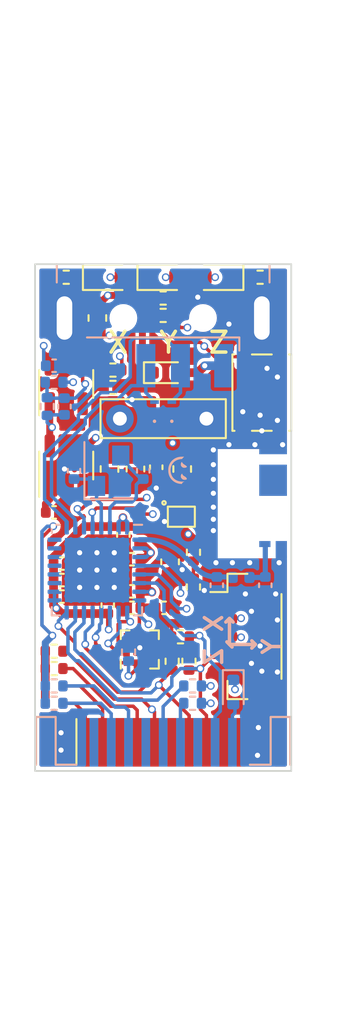
<source format=kicad_pcb>
(kicad_pcb (version 20221018) (generator pcbnew)
  (layers (0 "F.Cu" signal) (1 "In1.Cu" signal) (2 "In2.Cu" signal) (31 "B.Cu" signal) (34 "B.Paste" user) (35 "F.Paste" user) (36 "B.SilkS" user "B.Silkscreen") (37 "F.SilkS" user "F.Silkscreen") (38 "B.Mask" user) (39 "F.Mask" user) (44 "Edge.Cuts" user))
  (net 0 "")
  (net 1 "VBUS")
  (net 2 "A_VBUS")
  (net 3 "GND")
  (net 4 "A_D+")
  (net 5 "A_D-")
  (net 6 "Net-(D8-A)")
  (net 7 "Net-(U4-LNA_IN)")
  (net 11 "GPIO9")
  (net 13 "GPIO8")
  (net 15 "+3V3")
  (net 16 "Net-(U2-SW)")
  (net 17 "Net-(U2-VSEL)")
  (net 18 "Net-(AE1-FEED)")
  (net 19 "Net-(U4-XTAL_N)")
  (net 20 "Net-(U4-XTAL_P)")
  (net 21 "Net-(U4-VDD3P3)")
  (net 23 "GPIO2")
  (net 24 "ACC_SCK")
  (net 25 "ACC_MOSI")
  (net 26 "ACC_MISO")
  (net 27 "ACC_INT2")
  (net 28 "ACC_INT1")
  (net 29 "User_LED3")
  (net 30 "RXD")
  (net 31 "TXD")
  (net 38 "Net-(U5-~{CS})")
  (net 39 "Net-(D3-K)")
  (net 40 "Net-(D4-K)")
  (net 41 "Net-(D9-K)")
  (net 42 "Cap_V+")
  (net 43 "User_SW1")
  (net 44 "D2+")
  (net 45 "D2-")
  (net 46 "D0-")
  (net 47 "D0+")
  (net 48 "D1+")
  (net 49 "D1-")
  (net 50 "CK-")
  (net 51 "CK+")
  (net 52 "Net-(U6--)")
  (net 53 "Net-(U6-+)")
  (net 54 "Net-(U6-V+)")
  (net 55 "Net-(R23-Pad1)")
  (net 56 "Net-(U1-RUN)")
  (net 57 "Net-(U1-VOUT)")
  (net 58 "Net-(U1-SW)")
  (footprint "LED_SMD:LED_0603_1608Metric" (layer "F.Cu") (at 107.4 100.75)
    (fp_text reference "D3" hide)
    (fp_text value "LED")
  )
  (footprint "Fuse:Fuse_0603_1608Metric" (layer "F.Cu") (at 103.6 103.1 90)
    (fp_text reference "F1" hide)
    (fp_text value "Fuse")
  )
  (footprint "Resistor_SMD:R_0402_1005Metric" (layer "F.Cu") (at 101.1 122.3)
    (fp_text reference "R18" hide)
    (fp_text value "R_Small")
  )
  (footprint "Capacitor_SMD:C_0402_1005Metric" (layer "F.Cu") (at 105.6 119.8 180)
    (fp_text reference "C9" hide)
    (fp_text value "100nF")
  )
  (footprint "LED_SMD:LED_0603_1608Metric" (layer "F.Cu") (at 110.55 100.75 180)
    (fp_text reference "D4" hide)
    (fp_text value "LED")
  )
  (footprint "Capacitor_SMD:C_0402_1005Metric" (layer "F.Cu") (at 105.1 115.6 -90)
    (fp_text reference "C13" hide)
    (fp_text value "100nF")
  )
  (footprint "Resistor_SMD:R_0402_1005Metric" (layer "F.Cu") (at 101.1 124.3)
    (fp_text reference "R17" hide)
    (fp_text value "R_Small")
  )
  (footprint "Capacitor_SMD:C_0402_1005Metric" (layer "F.Cu") (at 105.6 117 180)
    (fp_text reference "C11" hide)
    (fp_text value "100nF")
  )
  (footprint "Capacitor_SMD:C_0402_1005Metric" (layer "F.Cu") (at 105.6 118.85 180)
    (fp_text reference "C17" hide)
    (fp_text value "100nF")
  )
  (footprint "Resistor_SMD:R_0402_1005Metric" (layer "F.Cu") (at 108.89 122.88 -90)
    (fp_text reference "R10" hide)
    (fp_text value "10k")
  )
  (footprint "Button_Switch_SMD:SW_SPST_PTS810" (layer "F.Cu") (at 113.1 107.4 -90)
    (fp_text reference "SW1" hide)
    (fp_text value "SW_SPST")
  )
  (footprint "Capacitor_SMD:C_0402_1005Metric" (layer "F.Cu") (at 101.55 117.25)
    (fp_text reference "C15" hide)
    (fp_text value "10uF")
  )
  (footprint "Resistor_SMD:R_0402_1005Metric" (layer "F.Cu") (at 107.92 122.88 -90)
    (fp_text reference "R5" hide)
    (fp_text value "R_Small")
  )
  (footprint "Resistor_SMD:R_0402_1005Metric" (layer "F.Cu") (at 101.8 100.75 180)
    (fp_text reference "R13" hide)
    (fp_text value "330R")
  )
  (footprint "Inductor_SMD:L_0603_1608Metric" (layer "F.Cu") (at 104.3 111.8 90)
    (fp_text reference "L4" hide)
    (fp_text value "2.2uH")
  )
  (footprint "Diode_SMD:D_SOD-523" (layer "F.Cu") (at 107.55 106.25)
    (fp_text reference "D5" hide)
    (fp_text value "D_Small")
  )
  (footprint "Capacitor_SMD:C_0402_1005Metric" (layer "F.Cu") (at 101.55 119.15)
    (fp_text reference "C18" hide)
    (fp_text value "100nF")
  )
  (footprint "Capacitor_SMD:C_0402_1005Metric" (layer "F.Cu") (at 104.2 119.65 90)
    (fp_text reference "C16" hide)
    (fp_text value "100nF")
  )
  (footprint "Connector_HDMI:HDMI_A_Contact_Technology_HDMI-19APL2_Horizontal" (layer "F.Cu") (at 107.4 127.55)
    (fp_text reference "J2" hide)
    (fp_text value "HDMI_A_1.4")
  )
  (footprint "rotatinator_lib:WLCSP-6_1.4x1.0mm_P0.4mm" (layer "F.Cu") (at 108.45 114.55)
    (fp_text reference "U2" hide)
    (fp_text value "~")
  )
  (footprint "Inductor_SMD:L_0603_1608Metric" (layer "F.Cu") (at 108.5 111.8 -90)
    (fp_text reference "L1" hide)
    (fp_text value "1uH")
  )
  (footprint "Inductor_SMD:L_0402_1005Metric" (layer "F.Cu") (at 106.05 115.6 90)
    (fp_text reference "L2" hide)
    (fp_text value "2.0nH")
  )
  (footprint "Package_LGA:LGA-12_2x2mm_P0.5mm" (layer "F.Cu") (at 106.05 122.2 90)
    (fp_text reference "U5" hide)
    (fp_text value "LIS2DE12")
  )
  (footprint "Resistor_SMD:R_0402_1005Metric" (layer "F.Cu") (at 101.1 123.3)
    (fp_text reference "R19" hide)
    (fp_text value "R_Small")
  )
  (footprint "Capacitor_SMD:C_0603_1608Metric" (layer "F.Cu") (at 107.8 117.15 -90)
    (fp_text reference "C6" hide)
    (fp_text value "10uF")
  )
  (footprint "Resistor_SMD:R_0402_1005Metric" (layer "F.Cu") (at 104.5 106.1)
    (fp_text reference "R26" hide)
    (fp_text value "10k")
  )
  (footprint "Resistor_SMD:R_0402_1005Metric" (layer "F.Cu") (at 107.4 101.95)
    (fp_text reference "R11" hide)
    (fp_text value "330R")
  )
  (footprint "Capacitor_SMD:C_0603_1608Metric" (layer "F.Cu") (at 105.8 111.8 -90)
    (fp_text reference "C22" hide)
    (fp_text value "10uF")
  )
  (footprint "Connector_JST:JST_SH_BM05B-SRSS-TB_1x05-1MP_P1.00mm_Vertical" (layer "F.Cu") (at 112.225 121.45 -90)
    (fp_text reference "J3" hide)
    (fp_text value "Conn_01x05_MountingPin")
  )
  (footprint "Capacitor_SMD:C_0402_1005Metric" (layer "F.Cu") (at 107.45 119.8)
    (fp_text reference "C10" hide)
    (fp_text value "4.7uF")
  )
  (footprint "Resistor_SMD:R_0402_1005Metric" (layer "F.Cu") (at 107.4 102.95 180)
    (fp_text reference "R14" hide)
    (fp_text value "10k")
  )
  (footprint "Package_TO_SOT_SMD:TSOT-23-5" (layer "F.Cu") (at 101.8 111.6 90)
    (fp_text reference "U1" hide)
    (fp_text value "LTC3406AES5")
  )
  (footprint "Resistor_SMD:R_0402_1005Metric" (layer "F.Cu") (at 109.15 118.6 -90)
    (fp_text reference "R8" hide)
    (fp_text value "0")
  )
  (footprint "Resistor_SMD:R_0402_1005Metric" (layer "F.Cu") (at 104.5 107.1)
    (fp_text reference "R28" hide)
    (fp_text value "20k")
  )
  (footprint "Capacitor_SMD:C_0402_1005Metric" (layer "F.Cu") (at 101.1 114.3)
    (fp_text reference "C20" hide)
    (fp_text value "4.7uF")
  )
  (footprint "LED_SMD:LED_0603_1608Metric" (layer "F.Cu") (at 104.25 100.75)
    (fp_text reference "D9" hide)
    (fp_text value "LED")
  )
  (footprint "Package_TO_SOT_SMD:SOT-23-5" (layer "F.Cu") (at 101.8 106.9 90)
    (fp_text reference "U6" hide)
    (fp_text value "TSV911xxLx")
  )
  (footprint "Capacitor_SMD:C_0402_1005Metric" (layer "F.Cu") (at 107 111.7 -90)
    (fp_text reference "C5" hide)
    (fp_text value "2.2uF")
  )
  (footprint "Capacitor_SMD:C_0402_1005Metric" (layer "F.Cu") (at 101.55 118.2)
    (fp_text reference "C19" hide)
    (fp_text value "100nF")
  )
  (footprint "Capacitor_THT:C_Rect_L7.0mm_W2.0mm_P5.00mm" (layer "F.Cu") (at 104.9 108.9)
    (fp_text reference "C3" hide)
    (fp_text value "C_Polarized")
  )
  (footprint "Resistor_SMD:R_0402_1005Metric" (layer "F.Cu") (at 108.4 121.47)
    (fp_text reference "R6" hide)
    (fp_text value "R_Small")
  )
  (footprint "Resistor_SMD:R_0402_1005Metric" (layer "F.Cu") (at 109.15 116.6 -90)
    (fp_text reference "R7" hide)
    (fp_text value "DNF")
  )
  (footprint "Resistor_SMD:R_0402_1005Metric" (layer "F.Cu") (at 101.1 125.3)
    (fp_text reference "R16" hide)
    (fp_text value "R_Small")
  )
  (footprint "Resistor_SMD:R_0402_1005Metric" (layer "F.Cu") (at 113 100.75)
    (fp_text reference "R12" hide)
    (fp_text value "330R")
  )
  (footprint "Capacitor_SMD:C_0402_1005Metric" (layer "B.Cu") (at 113.3 118.5 -90)
    (fp_text reference "C14" hide)
    (fp_text value "TBD")
  )
  (footprint "Resistor_SMD:R_0402_1005Metric" (layer "B.Cu") (at 101.1 106.8 180)
    (fp_text reference "R27" hide)
    (fp_text value "6.8k")
  )
  (footprint "Crystal:Crystal_SMD_2520-4Pin_2.5x2.0mm" (layer "B.Cu") (at 104.25 111.9 90)
    (fp_text reference "Y1" hide)
    (fp_text value "40MHz")
  )
  (footprint "Resistor_SMD:R_0402_1005Metric" (layer "B.Cu") (at 101.1 125.3)
    (fp_text reference "R20" hide)
    (fp_text value "R_Small")
  )
  (footprint "Resistor_SMD:R_0402_1005Metric" (layer "B.Cu") (at 100.7 108.2 -90)
    (fp_text reference "R29" hide)
    (fp_text value "10k")
  )
  (footprint "Package_SON:Texas_DPY0002A_0.6x1mm_P0.65mm" (layer "B.Cu") (at 107.9 108.25 90)
    (fp_text reference "D7" hide)
    (fp_text value "D_TVS")
  )
  (footprint "Capacitor_SMD:C_0402_1005Metric" (layer "B.Cu") (at 101.1 105.85)
    (fp_text reference "C1" hide)
    (fp_text value "4.7uF")
  )
  (footprint "Capacitor_SMD:C_0402_1005Metric" (layer "B.Cu") (at 102.25 111.9 -90)
    (fp_text reference "C7" hide)
    (fp_text value "22pF")
  )
  (footprint "Resistor_SMD:R_0402_1005Metric" (layer "B.Cu") (at 109.1 124.3 180)
    (fp_text reference "R23" hide)
    (fp_text value "R_Small")
  )
  (footprint "Resistor_SMD:R_0402_1005Metric" (layer "B.Cu") (at 101.1 124.3)
    (fp_text reference "R21" hide)
    (fp_text value "R_Small")
  )
  (footprint "Capacitor_SMD:C_0402_1005Metric" (layer "B.Cu") (at 106.25 111.9 90)
    (fp_text reference "C8" hide)
    (fp_text value "22pF")
  )
  (footprint "Diode_SMD:D_SOD-523" (layer "B.Cu") (at 111.45 124.65 -90)
    (fp_text reference "D8" hide)
    (fp_text value "D_Small")
  )
  (footprint "Package_DFN_QFN:QFN-32-1EP_5x5mm_P0.5mm_EP3.7x3.7mm" (layer "B.Cu") (at 103.575 117.625 180)
    (fp_text reference "U4" hide)
    (fp_text value "ESP32-C3FH4")
  )
  (footprint "Capacitor_SMD:C_0402_1005Metric" (layer "B.Cu") (at 110.5 118.5 -90)
    (fp_text reference "C12" hide)
    (fp_text value "TBD")
  )
  (footprint "Symbol:cartesian" (layer "B.Cu") (at 111.23 121.91 -90)
    (fp_text reference "REF**" hide)
    (fp_text value "cartesian")
  )
  (footprint "RF_Antenna:RFECA3216060A1T" (layer "B.Cu") (at 113.75 114.6)
    (fp_text reference "AE1" hide)
    (fp_text value "Antenna_Chip")
  )
  (footprint "Inductor_SMD:L_0402_1005Metric" (layer "B.Cu") (at 111.9 118.05)
    (fp_text reference "L3" hide)
    (fp_text value "0R")
  )
  (footprint "Resistor_SMD:R_0402_1005Metric" (layer "B.Cu") (at 105.4 122.35 90)
    (fp_text reference "R9" hide)
    (fp_text value "100k")
  )
  (footprint "Connector_USB:USB_A_CNCTech_1001-011-01101_Horizontal" (layer "B.Cu") (at 107.4 96.2 90)
    (fp_text reference "J1" hide)
    (fp_text value "USB_A")
  )
  (footprint "Capacitor_SMD:C_0402_1005Metric" (layer "B.Cu") (at 101.7 108.2 -90)
    (fp_text reference "C21" hide)
    (fp_text value "470p")
  )
  (footprint "Symbol:wavy_baby_2x2_2" (layer "B.Cu") (at 108.620174 111.867487 -90)
    (fp_text reference "REF**" hide)
    (fp_text value "wavy_baby_2x2_2")
  )
  (footprint "Resistor_SMD:R_0402_1005Metric" (layer "B.Cu") (at 109.1 125.3 180)
    (fp_text reference "R22" hide)
    (fp_text value "R_Small")
  )
  (footprint "Package_SON:Texas_DPY0002A_0.6x1mm_P0.65mm" (layer "B.Cu") (at 106.9 108.25 90)
    (fp_text reference "D6" hide)
    (fp_text value "D_TVS")
  )
  (gr_line (start 100 100) (end 114.8 100) (stroke (width 0.1)) (layer "Edge.Cuts"))
  (gr_line (start 114.8 129.2) (end 100 129.2) (stroke (width 0.1)) (layer "Edge.Cuts"))
  (gr_line (start 100 129.2) (end 100 100) (stroke (width 0.1)) (layer "Edge.Cuts"))
  (gr_line (start 114.8 100) (end 114.8 129.2) (stroke (width 0.1)) (layer "Edge.Cuts"))
  (gr_text "X  Y  Z" (at 104.09 105.22) (layer "F.SilkS") (effects (font (size 1.2 1.2) (thickness 0.2) bold) (justify left bottom)))
  (segment (start 106.2 102.4) (end 106.2 105.6) (width 0.4) (layer "F.Cu") (net 1))
  (segment locked (start 101.05 115.1) (end 100.4 115.75) (width 0.2) (layer "F.Cu") (net 1))
  (segment locked (start 100.4 120.8) (end 101 121.4) (width 0.2) (layer "F.Cu") (net 1))
  (segment (start 100.59 121.81) (end 101 121.4) (width 0.4) (layer "F.Cu") (net 1))
  (segment (start 103.6 102.3125) (end 103.6 102.15) (width 0.2) (layer "F.Cu") (net 1))
  (segment (start 100.59 122.3) (end 100.59 121.81) (width 0.4) (layer "F.Cu") (net 1))
  (segment (start 103.6 102.3125) (end 103.6875 102.3125) (width 0.4) (layer "F.Cu") (net 1))
  (segment (start 105.6 101.8) (end 106.2 102.4) (width 0.4) (layer "F.Cu") (net 1))
  (segment locked (start 100.4 115.75) (end 100.4 120.8) (width 0.2) (layer "F.Cu") (net 1))
  (segment (start 104.2 101.8) (end 105.6 101.8) (width 0.4) (layer "F.Cu") (net 1))
  (segment (start 100.59 125.3) (end 100.59 122.3) (width 0.5) (layer "F.Cu") (net 1))
  (segment (start 103.6875 102.3125) (end 104.2 101.8) (width 0.4) (layer "F.Cu") (net 1))
  (segment (start 106.2 105.6) (end 106.85 106.25) (width 0.4) (layer "F.Cu") (net 1))
  (via (at 101.05 115.1) (size 0.45) (drill 0.3) (layers "F.Cu" "B.Cu") (net 1))
  (via (at 104.2 101.8) (size 0.45) (drill 0.3) (layers "F.Cu" "B.Cu") (net 1))
  (via (at 111.55 124.5) (size 0.45) (drill 0.3) (layers "F.Cu" "B.Cu") (net 1))
  (via (at 101 121.4) (size 0.45) (drill 0.3) (layers "F.Cu" "B.Cu") (net 1))
  (segment (start 111.55 124.5) (end 111.55 123.9) (width 0.2) (layer "B.Cu") (net 1))
  (segment (start 100.59 124.3) (end 100.59 121.81) (width 0.2) (layer "B.Cu") (net 1))
  (segment (start 100.59 125.3) (end 100.59 121.81) (width 0.4) (layer "B.Cu") (net 1))
  (segment (start 100.7 115.1) (end 100.4 115.4) (width 0.2) (layer "B.Cu") (net 1))
  (segment (start 100.4 115.4) (end 100.4 120.8) (width 0.2) (layer "B.Cu") (net 1))
  (segment (start 100.59 125.3) (end 100.59 124.3) (width 0.2) (layer "B.Cu") (net 1))
  (segment (start 101.05 115.1) (end 100.7 115.1) (width 0.2) (layer "B.Cu") (net 1))
  (segment (start 100.59 121.81) (end 101 121.4) (width 0.4) (layer "B.Cu") (net 1))
  (segment (start 100.4 120.8) (end 101 121.4) (width 0.2) (layer "B.Cu") (net 1))
  (segment (start 109.4 106.25) (end 109.8 105.85) (width 0.5) (layer "F.Cu") (net 2))
  (segment (start 108.25 106.25) (end 109.4 106.25) (width 0.5) (layer "F.Cu") (net 2))
  (via (at 109.8 105.85) (size 0.45) (drill 0.3) (layers "F.Cu" "B.Cu") (net 2))
  (segment (start 109.8 105.85) (end 110.9 105.85) (width 0.5) (layer "B.Cu") (net 2))
  (segment (start 107 112.18) (end 107 112.9) (width 0.2) (layer "F.Cu") (net 3))
  (segment (start 106.4 122.45) (end 106.05 122.1) (width 0.2) (layer "F.Cu") (net 3))
  (segment (start 101.7 111.8) (end 101.8 111.9) (width 0.2) (layer "F.Cu") (net 3))
  (segment (start 107.475 114.825) (end 107.55 114.9) (width 0.2) (layer "F.Cu") (net 3))
  (segment (start 107.55 114.9) (end 107.9 114.9) (width 0.2) (layer "F.Cu") (net 3))
  (segment (start 105.325 106.875) (end 105.6 107.15) (width 0.4) (layer "F.Cu") (net 3))
  (segment (start 105.6 107.15) (end 105.6 107.8) (width 0.4) (layer "F.Cu") (net 3))
  (segment (start 101.8 111.9) (end 101.8 112.7375) (width 0.2) (layer "F.Cu") (net 3))
  (segment (start 108.5 117.6) (end 108.275 117.6) (width 0.2) (layer "F.Cu") (net 3))
  (segment (start 106.8125 121.35) (end 106.8125 121.95) (width 0.2) (layer "F.Cu") (net 3))
  (segment (start 108.275 117.6) (end 107.65 118.225) (width 0.2) (layer "F.Cu") (net 3))
  (segment (start 107.9 114.9) (end 108.05 114.75) (width 0.2) (layer "F.Cu") (net 3))
  (segment (start 106.8125 122.45) (end 106.4 122.45) (width 0.2) (layer "F.Cu") (net 3))
  (via (at 110.3 114.7) (size 0.45) (drill 0.3) (layers "F.Cu" "B.Cu") (net 3))
  (via (at 110.3 111.55) (size 0.45) (drill 0.3) (layers "F.Cu" "B.Cu") (net 3))
  (via (at 112.9 126.7) (size 0.45) (drill 0.3) (layers "F.Cu" "B.Cu") (net 3))
  (via (at 102.575 116.625) (size 0.45) (drill 0.3) (layers "F.Cu" "B.Cu") (net 3))
  (via (at 114 123.5) (size 0.45) (drill 0.3) (layers "F.Cu" "B.Cu") (net 3))
  (via (at 109.4 101.9) (size 0.45) (drill 0.3) (layers "F.Cu" "B.Cu") (net 3))
  (via (at 110.3 113.2) (size 0.45) (drill 0.3) (layers "F.Cu" "B.Cu") (net 3))
  (via (at 101.7 111.8) (size 0.45) (drill 0.3) (layers "F.Cu" "B.Cu") (net 3))
  (via (at 107 112.9) (size 0.45) (drill 0.3) (layers "F.Cu" "B.Cu") (net 3))
  (via (at 110.3 112.4) (size 0.45) (drill 0.3) (layers "F.Cu" "B.Cu") (net 3))
  (via (at 110.3 115.35) (size 0.45) (drill 0.3) (layers "F.Cu" "B.Cu") (net 3))
  (via (at 104.575 118.625) (size 0.45) (drill 0.3) (layers "F.Cu" "B.Cu") (net 3))
  (via (at 114 106.5) (size 0.45) (drill 0.3) (layers "F.Cu" "B.Cu") (net 3))
  (via (at 102.575 118.625) (size 0.45) (drill 0.3) (layers "F.Cu" "B.Cu") (net 3))
  (via (at 103.575 117.625) (size 0.45) (drill 0.3) (layers "F.Cu" "B.Cu") (net 3))
  (via (at 114.1 117.2) (size 0.45) (drill 0.3) (layers "F.Cu" "B.Cu") (net 3))
  (via (at 107.475 114.825) (size 0.45) (drill 0.3) (layers "F.Cu" "B.Cu") (net 3))
  (via (at 111.4 117.2) (size 0.45) (drill 0.3) (layers "F.Cu" "B.Cu") (net 3))
  (via (at 113.9 119) (size 0.45) (drill 0.3) (layers "F.Cu" "B.Cu") (net 3))
  (via (at 110.45 117.2) (size 0.45) (drill 0.3) (layers "F.Cu" "B.Cu") (net 3))
  (via (at 101.5 128) (size 0.45) (drill 0.3) (layers "F.Cu" "B.Cu") (net 3))
  (via (at 112.4 117.2) (size 0.45) (drill 0.3) (layers "F.Cu" "B.Cu") (net 3))
  (via (at 104.575 116.625) (size 0.45) (drill 0.3) (layers "F.Cu" "B.Cu") (net 3))
  (via (at 105.6 107.8) (size 0.45) (drill 0.3) (layers "F.Cu" "B.Cu") (net 3))
  (via (at 108.5 117.6) (size 0.45) (drill 0.3) (layers "F.Cu" "B.Cu") (net 3))
  (via (at 110.3 110.7) (size 0.45) (drill 0.3) (layers "F.Cu" "B.Cu") (net 3))
  (via (at 103.575 116.625) (size 0.45) (drill 0.3) (layers "F.Cu" "B.Cu") (net 3))
  (via (at 112.85 128.3) (size 0.45) (drill 0.3) (layers "F.Cu" "B.Cu") (net 3))
  (via (at 114 120.5) (size 0.45) (drill 0.3) (layers "F.Cu" "B.Cu") (net 3))
  (via (at 112.7 110.4) (size 0.45) (drill 0.3) (layers "F.Cu" "B.Cu") (net 3))
  (via (at 101.5 127) (size 0.45) (drill 0.3) (layers "F.Cu" "B.Cu") (net 3))
  (via (at 104.575 117.625) (size 0.45) (drill 0.3) (layers "F.Cu" "B.Cu") (net 3))
  (via (at 110.3 114) (size 0.45) (drill 0.3) (layers "F.Cu" "B.Cu") (net 3))
  (via (at 106.05 122.1) (size 0.45) (drill 0.3) (layers "F.Cu" "B.Cu") (net 3))
  (via (at 113.4 106) (size 0.45) (drill 0.3) (layers "F.Cu" "B.Cu") (net 3))
  (via (at 113.1 109.6) (size 0.45) (drill 0.3) (layers "F.Cu" "B.Cu") (net 3))
  (via (at 112.5 120) (size 0.45) (drill 0.3) (layers "F.Cu" "B.Cu") (net 3))
  (via (at 112.15 119) (size 0.45) (drill 0.3) (layers "F.Cu" "B.Cu") (net 3))
  (via (at 112.5 123) (size 0.45) (drill 0.3) (layers "F.Cu" "B.Cu") (net 3))
  (via (at 113 122) (size 0.45) (drill 0.3) (layers "F.Cu" "B.Cu") (net 3))
  (via (at 111.2 103.45) (size 0.45) (drill 0.3) (layers "F.Cu" "B.Cu") (net 3))
  (via (at 113.1 123.45) (size 0.45) (drill 0.3) (layers "F.Cu" "B.Cu") (net 3))
  (via (at 114.3 110.4) (size 0.45) (drill 0.3) (layers "F.Cu" "B.Cu") (net 3))
  (via (at 102.575 117.625) (size 0.45) (drill 0.3) (layers "F.Cu" "B.Cu") (net 3))
  (via (at 114 109) (size 0.45) (drill 0.3) (layers "F.Cu" "B.Cu") (net 3))
  (via (at 113 108.7) (size 0.45) (drill 0.3) (layers "F.Cu" "B.Cu") (net 3))
  (via (at 111.2 110.4) (size 0.45) (drill 0.3) (layers "F.Cu" "B.Cu") (net 3))
  (via (at 109.774264 118.8) (size 0.45) (drill 0.3) (layers "F.Cu" "B.Cu") (net 3))
  (via (at 103.575 118.625) (size 0.45) (drill 0.3) (layers "F.Cu" "B.Cu") (net 3))
  (via (at 112 108.5) (size 0.45) (drill 0.3) (layers "F.Cu" "B.Cu") (net 3))
  (segment (start 114.45 116.85) (end 114.225 116.625) (width 0.2) (layer "B.Cu") (net 3))
  (segment (start 109.95 118.98) (end 112.13 118.98) (width 0.2) (layer "B.Cu") (net 3))
  (segment (start 113.88 118.98) (end 112.8 118.98) (width 0.2) (layer "B.Cu") (net 3))
  (segment (start 113.9 119) (end 113.88 118.98) (width 0.2) (layer "B.Cu") (net 3))
  (segment (start 114.4 116.8) (end 114.45 116.8) (width 0.2) (layer "B.Cu") (net 3))
  (segment (start 114.45 117.2) (end 114.45 116.85) (width 0.2) (layer "B.Cu") (net 3))
  (segment (start 102.25 111.42) (end 102.25 111.15) (width 0.2) (layer "B.Cu") (net 3))
  (segment (start 114.225 116.625) (end 114.4 116.8) (width 0.2) (layer "B.Cu") (net 3))
  (segment (start 109.1 119.2) (end 109.73 119.2) (width 0.2) (layer "B.Cu") (net 3))
  (segment (start 109.954264 118.98) (end 110.5 118.98) (width 0.4) (layer "B.Cu") (net 3))
  (segment (start 102.25 111.15) (end 102 110.9) (width 0.2) (layer "B.Cu") (net 3))
  (segment (start 114.3 110.4) (end 114.44 110.54) (width 0.22) (layer "B.Cu") (net 3))
  (segment (start 114.1 117.2) (end 114.45 117.2) (width 0.2) (layer "B.Cu") (net 3))
  (segment (start 109.73 119.2) (end 109.95 118.98) (width 0.2) (layer "B.Cu") (net 3))
  (segment (start 114.44 110.8) (end 113.75 110.8) (width 0.22) (layer "B.Cu") (net 3))
  (segment (start 112.13 118.98) (end 112.15 119) (width 0.2) (layer "B.Cu") (net 3))
  (segment (start 114.44 110.54) (end 114.44 110.8) (width 0.22) (layer "B.Cu") (net 3))
  (segment (start 109.774264 118.8) (end 109.954264 118.98) (width 0.4) (layer "B.Cu") (net 3))
  (segment (start 105.565686 107) (end 106 107) (width 0.2) (layer "B.Cu") (net 4))
  (segment (start 104 107.8) (end 104.765686 107.8) (width 0.2) (layer "B.Cu") (net 4))
  (segment (start 106.4 105.85) (end 106.4 107.4) (width 0.2) (layer "B.Cu") (net 4))
  (segment (start 102.300001 115.150001) (end 102.300001 114.700001) (width 0.2) (layer "B.Cu") (net 4))
  (segment (start 102.9 109.2) (end 102.9 108.9) (width 0.2) (layer "B.Cu") (net 4))
  (segment (start 102.300001 114.700001) (end 100.95 113.35) (width 0.2) (layer "B.Cu") (net 4))
  (segment (start 104.765686 107.8) (end 105.565686 107) (width 0.2) (layer "B.Cu") (net 4))
  (segment (start 102.9 108.9) (end 104 107.8) (width 0.2) (layer "B.Cu") (net 4))
  (segment (start 106.4 107.4) (end 106.9 107.9) (width 0.2) (layer "B.Cu") (net 4))
  (segment (start 100.95 113.35) (end 100.95 111.15) (width 0.2) (layer "B.Cu") (net 4))
  (segment (start 102.325 115.175) (end 102.300001 115.150001) (width 0.2) (layer "B.Cu") (net 4))
  (segment (start 100.95 111.15) (end 102.9 109.2) (width 0.2) (layer "B.Cu") (net 4))
  (segment (start 105.7 104.25) (end 107.5 104.25) (width 0.2) (layer "B.Cu") (net 5))
  (segment (start 100.55 110.95) (end 102.5 109) (width 0.2) (layer "B.Cu") (net 5))
  (segment (start 101.85 114.85) (end 100.55 113.55) (width 0.2) (layer "B.Cu") (net 5))
  (segment (start 100.55 113.55) (end 100.55 110.95) (width 0.2) (layer "B.Cu") (net 5))
  (segment (start 105.5 106.5) (end 105.5 104.45) (width 0.2) (layer "B.Cu") (net 5))
  (segment (start 104.6 107.4) (end 105.5 106.5) (width 0.2) (layer "B.Cu") (net 5))
  (segment (start 105.5 104.45) (end 105.7 104.25) (width 0.2) (layer "B.Cu") (net 5))
  (segment (start 108.4 105.15) (end 108.4 105.85) (width 0.2) (layer "B.Cu") (net 5))
  (segment (start 101.85 115.15) (end 101.85 114.85) (width 0.2) (layer "B.Cu") (net 5))
  (segment (start 103.8 107.4) (end 104.6 107.4) (width 0.2) (layer "B.Cu") (net 5))
  (segment (start 102.5 108.7) (end 103.8 107.4) (width 0.2) (layer "B.Cu") (net 5))
  (segment (start 107.5 104.25) (end 108.4 105.15) (width 0.2) (layer "B.Cu") (net 5))
  (segment (start 102.5 109) (end 102.5 108.7) (width 0.2) (layer "B.Cu") (net 5))
  (segment (start 101.825 115.175) (end 101.85 115.15) (width 0.2) (layer "B.Cu") (net 5))
  (segment (start 108.4 107.4) (end 108.4 105.85) (width 0.2) (layer "B.Cu") (net 5))
  (segment (start 107.9 107.9) (end 108.4 107.4) (width 0.2) (layer "B.Cu") (net 5))
  (segment (start 111.55 125.3) (end 111.55 125.85) (width 0.2) (layer "B.Cu") (net 6))
  (segment (start 111.4 126) (end 111.4 127.55) (width 0.2) (layer "B.Cu") (net 6))
  (segment (start 111.55 125.85) (end 111.4 126) (width 0.2) (layer "B.Cu") (net 6))
  (segment (start 110.5 118.02) (end 110.44132 118.02) (width 0.3) (layer "B.Cu") (net 7))
  (segment (start 111.385 118.02) (end 111.415 118.05) (width 0.3) (layer "B.Cu") (net 7))
  (segment (start 106.432359 115.875) (end 106.025 115.875) (width 0.3) (layer "B.Cu") (net 7))
  (segment (start 110.5 118.02) (end 111.385 118.02) (width 0.3) (layer "B.Cu") (net 7))
  (segment (start 109.38066 117.58066) (end 108.553679 116.753679) (width 0.3) (layer "B.Cu") (net 7))
  (arc (start 109.38066 117.58066) (mid 109.867295 117.905819) (end 110.44132 118.02) (width 0.3) (layer "B.Cu") (net 7))
  (arc (start 108.553679 116.753679) (mid 107.580409 116.103361) (end 106.432359 115.875) (width 0.3) (layer "B.Cu") (net 7))
  (segment (start 109.55 123.3) (end 109.55 125.65) (width 0.2) (layer "F.Cu") (net 11))
  (segment (start 109.55 125.65) (end 109.9 126) (width 0.2) (layer "F.Cu") (net 11))
  (segment (start 109.49 123.36) (end 108.91 123.36) (width 0.2) (layer "F.Cu") (net 11))
  (segment (start 109.55 123.3) (end 110.25 122.6) (width 0.2) (layer "F.Cu") (net 11))
  (segment (start 109.9 126) (end 109.9 127.55) (width 0.2) (layer "F.Cu") (net 11))
  (segment (start 109.55 123.3) (end 109.49 123.36) (width 0.2) (layer "F.Cu") (net 11))
  (via (at 109.55 123.3) (size 0.45) (drill 0.3) (layers "F.Cu" "B.Cu") (net 11))
  (segment (start 101.9 122.4) (end 101.9 121) (width 0.2) (layer "B.Cu") (net 11))
  (segment (start 107.08 125.12) (end 104.79 125.12) (width 0.2) (layer "B.Cu") (net 11))
  (segment (start 102.52 122.85) (end 102.35 122.85) (width 0.2) (layer "B.Cu") (net 11))
  (segment (start 108.4 123.3) (end 107.9 123.8) (width 0.2) (layer "B.Cu") (net 11))
  (segment (start 102.325 120.575) (end 102.325 120.075) (width 0.2) (layer "B.Cu") (net 11))
  (segment (start 107.9 123.8) (end 107.9 124.3) (width 0.2) (layer "B.Cu") (net 11))
  (segment (start 101.9 121) (end 102.325 120.575) (width 0.2) (layer "B.Cu") (net 11))
  (segment (start 102.35 122.85) (end 101.9 122.4) (width 0.2) (layer "B.Cu") (net 11))
  (segment (start 104.79 125.12) (end 102.52 122.85) (width 0.2) (layer "B.Cu") (net 11))
  (segment (start 109.55 123.3) (end 108.4 123.3) (width 0.2) (layer "B.Cu") (net 11))
  (segment (start 107.9 124.3) (end 107.08 125.12) (width 0.2) (layer "B.Cu") (net 11))
  (segment (start 107.15 124.16) (end 107.92 123.39) (width 0.2) (layer "F.Cu") (net 13))
  (segment (start 108.9 126) (end 108.9 127.55) (width 0.2) (layer "F.Cu") (net 13))
  (segment (start 107.97 123.36) (end 107.89 123.36) (width 0.2) (layer "F.Cu") (net 13))
  (segment (start 107.15 124.25) (end 108.9 126) (width 0.2) (layer "F.Cu") (net 13))
  (segment (start 107.15 124.25) (end 107.15 124.16) (width 0.2) (layer "F.Cu") (net 13))
  (via (at 107.15 124.25) (size 0.45) (drill 0.3) (layers "F.Cu" "B.Cu") (net 13))
  (segment (start 102.55 122.45) (end 102.3 122.2) (width 0.2) (layer "B.Cu") (net 13))
  (segment (start 106.7 124.7) (end 104.96 124.7) (width 0.2) (layer "B.Cu") (net 13))
  (segment (start 102.3 122.2) (end 102.3 121.2) (width 0.2) (layer "B.Cu") (net 13))
  (segment (start 102.3 121.2) (end 102.825 120.675) (width 0.2) (layer "B.Cu") (net 13))
  (segment (start 102.71 122.45) (end 102.55 122.45) (width 0.2) (layer "B.Cu") (net 13))
  (segment (start 102.825 120.675) (end 102.825 120.075) (width 0.2) (layer "B.Cu") (net 13))
  (segment (start 104.96 124.7) (end 102.71 122.45) (width 0.2) (layer "B.Cu") (net 13))
  (segment (start 107.15 124.25) (end 106.7 124.7) (width 0.2) (layer "B.Cu") (net 13))
  (segment (start 108.45 115.15) (end 108.85 115.55) (width 0.2) (layer "F.Cu") (net 15))
  (segment (start 106.715 115.115) (end 106.05 115.115) (width 0.5) (layer "F.Cu") (net 15))
  (segment (start 105.105 115.115) (end 105.1 115.12) (width 0.5) (layer "F.Cu") (net 15))
  (segment (start 110.15 119.45) (end 110.9 119.45) (width 0.5) (layer "F.Cu") (net 15))
  (segment (start 107.65 116.675) (end 107.65 116.05) (width 0.5) (layer "F.Cu") (net 15))
  (segment (start 107.625 116.675) (end 107.65 116.675) (width 0.5) (layer "F.Cu") (net 15))
  (segment (start 107.89 122.34) (end 107.92 122.37) (width 0.2) (layer "F.Cu") (net 15))
  (segment (start 107.625 120.7) (end 107.9 120.7) (width 0.5) (layer "F.Cu") (net 15))
  (segment (start 105.8 121.1) (end 106.025 120.875) (width 0.2) (layer "F.Cu") (net 15))
  (segment (start 101.225 119.825) (end 101.07 119.67) (width 0.5) (layer "F.Cu") (net 15))
  (segment (start 106.08 119.8) (end 106.97 119.8) (width 0.5) (layer "F.Cu") (net 15))
  (segment (start 106.05 115.115) (end 105.105 115.115) (width 0.5) (layer "F.Cu") (net 15))
  (segment (start 104.2 120.13) (end 101.53 120.13) (width 0.5) (layer "F.Cu") (net 15))
  (segment (start 101.53 120.13) (end 101.07 119.67) (width 0.5) (layer "F.Cu") (net 15))
  (segment (start 106.08 118.85) (end 106.7 118.85) (width 0.5) (layer "F.Cu") (net 15))
  (segment (start 106.08 118.85) (end 106.08 119.8) (width 0.5) (layer "F.Cu") (net 15))
  (segment (start 105.1 115.12) (end 102.83 115.12) (width 0.5) (layer "F.Cu") (net 15))
  (segment (start 106.08 118.85) (end 106.08 118.22) (width 0.5) (layer "F.Cu") (net 15))
  (segment (start 105.075 114.6) (end 105.075 115.095) (width 0.5) (layer "F.Cu") (net 15))
  (segment (start 106.7 118.85) (end 106.75 118.9) (width 0.5) (layer "F.Cu") (net 15))
  (segment (start 108.075 116.25) (end 107.65 116.675) (width 0.5) (layer "F.Cu") (net 15))
  (segment (start 107.89 121.47) (end 107.89 122.34) (width 0.2) (layer "F.Cu") (net 15))
  (segment (start 105.8 121.4375) (end 105.3 121.4375) (width 0.2) (layer "F.Cu") (net 15))
  (segment (start 106.97 120.045) (end 107.625 120.7) (width 0.5) (layer "F.Cu") (net 15))
  (segment (start 105.075 115.095) (end 105.1 115.12) (width 0.5) (layer "F.Cu") (net 15))
  (segment (start 106.97 119.8) (end 106.97 120.045) (width 0.5) (layer "F.Cu") (net 15))
  (segment (start 108.89 122.37) (end 107.92 122.37) (width 0.2) (layer "F.Cu") (net 15))
  (segment (start 104.2 121) (end 104.2 120.13) (width 0.2) (layer "F.Cu") (net 15))
  (segment (start 102.83 115.12) (end 101.07 116.88) (width 0.5) (layer "F.Cu") (net 15))
  (segment (start 101.07 119.67) (end 101.07 119.15) (width 0.5) (layer "F.Cu") (net 15))
  (segment (start 101.07 119.15) (end 101.07 117.25) (width 0.5) (layer "F.Cu") (net 15))
  (segment (start 107.9 120.7) (end 108.9 120.7) (width 0.5) (layer "F.Cu") (net 15))
  (segment (start 108.84 116.25) (end 108.075 116.25) (width 0.5) (layer "F.Cu") (net 15))
  (segment (start 108.8 103.65) (end 108.41 103.65) (width 0.2) (layer "F.Cu") (net 15))
  (segment (start 107.89 121.47) (end 107.89 120.71) (width 0.2) (layer "F.Cu") (net 15))
  (segment (start 108.9 120.7) (end 110.15 119.45) (width 0.5) (layer "F.Cu") (net 15))
  (segment (start 104.25 121.05) (end 104.2 121) (width 0.2) (layer "F.Cu") (net 15))
  (segment (start 106.025 119.855) (end 106.08 119.8) (width 0.2) (layer "F.Cu") (net 15))
  (segment (start 101.07 116.88) (end 101.07 117.25) (width 0.5) (layer "F.Cu") (net 15))
  (segment (start 108.45 114.75) (end 108.45 115.15) (width 0.2) (layer "F.Cu") (net 15))
  (segment (start 107.89 120.71) (end 107.9 120.7) (width 0.2) (layer "F.Cu") (net 15))
  (segment (start 107.91 103.15) (end 107.91 102.95) (width 0.2) (layer "F.Cu") (net 15))
  (segment (start 108.41 103.65) (end 107.91 103.15) (width 0.2) (layer "F.Cu") (net 15))
  (segment (start 106.025 120.875) (end 106.025 119.855) (width 0.2) (layer "F.Cu") (net 15))
  (segment (start 105.8 121.4375) (end 105.8 121.1) (width 0.2) (layer "F.Cu") (net 15))
  (segment (start 107.65 116.05) (end 106.715 115.115) (width 0.5) (layer "F.Cu") (net 15))
  (via (at 108.8 103.65) (size 0.45) (drill 0.3) (layers "F.Cu" "B.Cu") (net 15))
  (via (at 101.225 119.825) (size 0.45) (drill 0.3) (layers "F.Cu" "B.Cu") (net 15))
  (via (at 104.25 121.05) (size 0.45) (drill 0.3) (layers "F.Cu" "B.Cu") (net 15))
  (via (at 106.75 118.9) (size 0.45) (drill 0.3) (layers "F.Cu" "B.Cu") (net 15))
  (via (at 108.85 115.55) (size 0.45) (drill 0.3) (layers "F.Cu" "B.Cu") (net 15))
  (via (at 105.075 114.6) (size 0.45) (drill 0.3) (layers "F.Cu" "B.Cu") (net 15))
  (segment (start 101.125 119.725) (end 101.125 118.875) (width 0.2) (layer "B.Cu") (net 15))
  (segment (start 106.725 118.875) (end 106.75 118.9) (width 0.2) (layer "B.Cu") (net 15))
  (segment (start 105.075 114.6) (end 104.825 114.85) (width 0.22) (layer "B.Cu") (net 15))
  (segment (start 104.325 120.975) (end 104.325 120.075) (width 0.2) (layer "B.Cu") (net 15))
  (segment (start 106.475 118.875) (end 106.025 118.875) (width 0.2) (layer "B.Cu") (net 15))
  (segment (start 101.125 119.725) (end 101.125 119.375) (width 0.2) (layer "B.Cu") (net 15))
  (segment (start 101.225 119.825) (end 101.125 119.725) (width 0.2) (layer "B.Cu") (net 15))
  (segment (start 105.075 114.6) (end 105.325 114.85) (width 0.22) (layer "B.Cu") (net 15))
  (segment (start 105.325 114.85) (end 105.325 115.175) (width 0.22) (layer "B.Cu") (net 15))
  (segment (start 104.825 114.85) (end 104.825 115.175) (width 0.22) (layer "B.Cu") (net 15))
  (segment (start 106.475 118.875) (end 106.725 118.875) (width 0.2) (layer "B.Cu") (net 15))
  (segment (start 104.25 121.05) (end 104.325 120.975) (width 0.2) (layer "B.Cu") (net 15))
  (segment (start 108.45 114.35) (end 108.45 113.0875) (width 0.2) (layer "F.Cu") (net 16))
  (segment (start 109.8 116.55) (end 109.8 115.7) (width 0.2) (layer "F.Cu") (net 17))
  (segment (start 109.8 115.7) (end 108.85 114.75) (width 0.2) (layer "F.Cu") (net 17))
  (segment (start 109.24 117.11) (end 109.8 116.55) (width 0.2) (layer "F.Cu") (net 17))
  (segment (start 109.15 118.09) (end 109.15 117.11) (width 0.2) (layer "F.Cu") (net 17))
  (segment (start 109 117.11) (end 109.24 117.11) (width 0.2) (layer "F.Cu") (net 17))
  (segment (start 113.3 116.15) (end 113.275 116.125) (width 0.3) (layer "B.Cu") (net 18))
  (segment (start 112.385 118.05) (end 113.27 118.05) (width 0.3) (layer "B.Cu") (net 18))
  (segment (start 113.3 118.02) (end 113.3 116.15) (width 0.3) (layer "B.Cu") (net 18))
  (segment (start 113.27 118.05) (end 113.3 118.02) (width 0.3) (layer "B.Cu") (net 18))
  (segment (start 102.25 112.38) (end 103.155 112.38) (width 0.2) (layer "B.Cu") (net 19))
  (segment (start 103.55 113.35) (end 103.55 113.55) (width 0.2) (layer "B.Cu") (net 19))
  (segment (start 103.825 113.825) (end 103.825 115.175) (width 0.2) (layer "B.Cu") (net 19))
  (segment (start 103.155 112.38) (end 103.55 112.775) (width 0.2) (layer "B.Cu") (net 19))
  (segment (start 103.7 113.2) (end 103.55 113.35) (width 0.2) (layer "B.Cu") (net 19))
  (segment (start 103.375 112.775) (end 103.5 112.9) (width 0.2) (layer "B.Cu") (net 19))
  (segment (start 103.55 113.55) (end 103.825 113.825) (width 0.2) (layer "B.Cu") (net 19))
  (segment (start 103.375 112.6) (end 103.375 112.775) (width 0.2) (layer "B.Cu") (net 19))
  (segment (start 103.55 112.775) (end 103.55 113.05) (width 0.2) (layer "B.Cu") (net 19))
  (segment (start 103.55 113.05) (end 103.7 113.2) (width 0.2) (layer "B.Cu") (net 19))
  (segment (start 106.25 112.38) (end 106.17 112.38) (width 0.2) (layer "B.Cu") (net 20))
  (segment (start 106.17 112.38) (end 105.85 112.7) (width 0.2) (layer "B.Cu") (net 20))
  (segment (start 104.65 113.7) (end 104.325 114.025) (width 0.2) (layer "B.Cu") (net 20))
  (segment (start 106.13 112.38) (end 106.25 112.38) (width 0.2) (layer "B.Cu") (net 20))
  (segment (start 104.95 111.2) (end 106.13 112.38) (width 0.2) (layer "B.Cu") (net 20))
  (segment (start 104.95 111.025) (end 104.95 111.2) (width 0.2) (layer "B.Cu") (net 20))
  (segment (start 105.6 113.7) (end 104.65 113.7) (width 0.2) (layer "B.Cu") (net 20))
  (segment (start 104.325 114.025) (end 104.325 115.175) (width 0.2) (layer "B.Cu") (net 20))
  (segment (start 105.85 112.7) (end 105.85 113.45) (width 0.2) (layer "B.Cu") (net 20))
  (segment (start 105.85 113.45) (end 105.6 113.7) (width 0.2) (layer "B.Cu") (net 20))
  (segment (start 106.3 117) (end 106.08 117) (width 0.5) (layer "F.Cu") (net 21))
  (segment (start 106.05 116.085) (end 106.135 116.085) (width 0.5) (layer "F.Cu") (net 21))
  (segment (start 106.135 116.085) (end 106.675 116.625) (width 0.5) (layer "F.Cu") (net 21))
  (segment (start 106.675 116.625) (end 106.3 117) (width 0.5) (layer "F.Cu") (net 21))
  (via (at 106.675 116.625) (size 0.45) (drill 0.3) (layers "F.Cu" "B.Cu") (net 21))
  (segment (start 106.025 116.875) (end 106.425 116.875) (width 0.22) (layer "B.Cu") (net 21))
  (segment (start 106.025 116.375) (end 106.425 116.375) (width 0.22) (layer "B.Cu") (net 21))
  (segment (start 106.425 116.875) (end 106.675 116.625) (width 0.22) (layer "B.Cu") (net 21))
  (segment (start 106.425 116.375) (end 106.675 116.625) (width 0.22) (layer "B.Cu") (net 21))
  (segment (start 109.43 121.47) (end 109.5 121.4) (width 0.2) (layer "F.Cu") (net 23))
  (segment (start 108.91 121.47) (end 109.43 121.47) (width 0.2) (layer "F.Cu") (net 23))
  (via (at 109.5 121.4) (size 0.45) (drill 0.3) (layers "F.Cu" "B.Cu") (net 23))
  (segment (start 109.81 122.56) (end 109.81 121.71) (width 0.2) (layer "B.Cu") (net 23))
  (segment (start 108.6 121.4) (end 107.45 120.25) (width 0.2) (layer "B.Cu") (net 23))
  (segment (start 110.4 127.55) (end 110.4 126.05) (width 0.2) (layer "B.Cu") (net 23))
  (segment (start 107.45 120.25) (end 107.45 118.8) (width 0.2) (layer "B.Cu") (net 23))
  (segment (start 109.5 121.4) (end 108.6 121.4) (width 0.2) (layer "B.Cu") (net 23))
  (segment (start 109.81 121.71) (end 109.5 121.4) (width 0.2) (layer "B.Cu") (net 23))
  (segment (start 110.7 125.75) (end 110.7 123.45) (width 0.2) (layer "B.Cu") (net 23))
  (segment (start 110.7 123.45) (end 109.81 122.56) (width 0.2) (layer "B.Cu") (net 23))
  (segment (start 107.45 118.8) (end 107.025 118.375) (width 0.2) (layer "B.Cu") (net 23))
  (segment (start 110.4 126.05) (end 110.7 125.75) (width 0.2) (layer "B.Cu") (net 23))
  (segment (start 107.025 118.375) (end 106.025 118.375) (width 0.2) (layer "B.Cu") (net 23))
  (segment (start 103.5 121.5) (end 103.5 121.875) (width 0.2) (layer "F.Cu") (net 24))
  (segment (start 104.5875 122.9625) (end 105.3 122.9625) (width 0.2) (layer "F.Cu") (net 24))
  (segment (start 103.5 121.875) (end 104.5875 122.9625) (width 0.2) (layer "F.Cu") (net 24))
  (via (at 103.5 121.5) (size 0.45) (drill 0.3) (layers "F.Cu" "B.Cu") (net 24))
  (segment (start 103.725 120.775) (end 103.825 120.675) (width 0.2) (layer "B.Cu") (net 24))
  (segment (start 103.825 120.675) (end 103.825 120.075) (width 0.2) (layer "B.Cu") (net 24))
  (segment (start 103.5 121.3) (end 103.725 121.075) (width 0.2) (layer "B.Cu") (net 24))
  (segment (start 103.725 121.075) (end 103.725 120.775) (width 0.2) (layer "B.Cu") (net 24))
  (segment (start 103.5 121.5) (end 103.5 121.3) (width 0.2) (layer "B.Cu") (net 24))
  (segment (start 104.76 124.66) (end 105.99 124.66) (width 0.2) (layer "F.Cu") (net 25))
  (segment (start 102.3 122.2) (end 104.76 124.66) (width 0.2) (layer "F.Cu") (net 25))
  (segment (start 106.8 123.85) (end 106.8 122.9625) (width 0.2) (layer "F.Cu") (net 25))
  (segment (start 102.3 121.8) (end 102.3 122.2) (width 0.2) (layer "F.Cu") (net 25))
  (segment (start 101.35 120.85) (end 102.3 121.8) (width 0.2) (layer "F.Cu") (net 25))
  (segment (start 105.99 124.66) (end 106.8 123.85) (width 0.2) (layer "F.Cu") (net 25))
  (via (at 101.35 120.85) (size 0.45) (drill 0.3) (layers "F.Cu" "B.Cu") (net 25))
  (segment (start 101.35 120.55) (end 101.825 120.075) (width 0.2) (layer "B.Cu") (net 25))
  (segment (start 101.35 120.85) (end 101.35 120.55) (width 0.2) (layer "B.Cu") (net 25))
  (segment (start 106.325 123.725) (end 106.325 122.9875) (width 0.2) (layer "F.Cu") (net 26))
  (segment (start 105.79 124.26) (end 106.325 123.725) (width 0.2) (layer "F.Cu") (net 26))
  (segment (start 106.325 122.9875) (end 106.3 122.9625) (width 0.2) (layer "F.Cu") (net 26))
  (segment (start 102.9 121.9) (end 102.9 122.1) (width 0.2) (layer "F.Cu") (net 26))
  (segment (start 102.9 122.1) (end 105.06 124.26) (width 0.2) (layer "F.Cu") (net 26))
  (segment (start 105.06 124.26) (end 105.79 124.26) (width 0.2) (layer "F.Cu") (net 26))
  (via (at 102.9 121.9) (size 0.45) (drill 0.3) (layers "F.Cu" "B.Cu") (net 26))
  (segment (start 102.9 121.9) (end 102.9 121.2) (width 0.2) (layer "B.Cu") (net 26))
  (segment (start 103.325 120.775) (end 103.325 120.075) (width 0.2) (layer "B.Cu") (net 26))
  (segment (start 102.9 121.2) (end 103.325 120.775) (width 0.2) (layer "B.Cu") (net 26))
  (segment (start 104.8 121.725) (end 105.025 121.95) (width 0.2) (layer "F.Cu") (net 27))
  (segment (start 105.5 120.6) (end 104.95 120.6) (width 0.2) (layer "F.Cu") (net 27))
  (segment (start 104.8 120.75) (end 104.8 121.725) (width 0.2) (layer "F.Cu") (net 27))
  (segment (start 104.95 120.6) (end 104.8 120.75) (width 0.2) (layer "F.Cu") (net 27))
  (segment (start 105.025 121.95) (end 105.2875 121.95) (width 0.2) (layer "F.Cu") (net 27))
  (via (at 105.5 120.6) (size 0.45) (drill 0.3) (layers "F.Cu" "B.Cu") (net 27))
  (segment (start 105.5 120.6) (end 105.325 120.425) (width 0.2) (layer "B.Cu") (net 27))
  (segment (start 105.325 120.425) (end 105.325 120.075) (width 0.2) (layer "B.Cu") (net 27))
  (segment (start 104.825 122.45) (end 105.2875 122.45) (width 0.2) (layer "F.Cu") (net 28))
  (segment (start 104.225 121.85) (end 104.825 122.45) (width 0.2) (layer "F.Cu") (net 28))
  (via (at 104.225 121.85) (size 0.45) (drill 0.3) (layers "F.Cu" "B.Cu") (net 28))
  (segment (start 104.825 120.575) (end 104.825 120.075) (width 0.2) (layer "B.Cu") (net 28))
  (segment (start 104.9 121.175) (end 104.9 120.65) (width 0.2) (layer "B.Cu") (net 28))
  (segment (start 104.225 121.85) (end 104.9 121.175) (width 0.2) (layer "B.Cu") (net 28))
  (segment (start 104.9 120.65) (end 104.825 120.575) (width 0.2) (layer "B.Cu") (net 28))
  (segment (start 105.0375 100.75) (end 104.35 100.75) (width 0.2) (layer "F.Cu") (net 29))
  (via (at 104.35 100.75) (size 0.45) (drill 0.3) (layers "F.Cu" "B.Cu") (net 29))
  (via (at 106.55 120.75) (size 0.45) (drill 0.3) (layers "F.Cu" "B.Cu") (net 29))
  (segment (start 106.55 120.75) (end 106.025 120.225) (width 0.2) (layer "B.Cu") (net 29))
  (segment (start 106.025 120.225) (end 106.025 119.375) (width 0.2) (layer "B.Cu") (net 29))
  (segment (start 106.35 113.55) (end 103.25 113.55) (width 0.2) (layer "F.Cu") (net 30))
  (segment (start 102.7 114.1) (end 103.05 113.75) (width 0.2) (layer "F.Cu") (net 30))
  (segment (start 106.45 113.45) (end 106.35 113.55) (width 0.2) (layer "F.Cu") (net 30))
  (segment (start 111.85 121.45) (end 110.9 121.45) (width 0.2) (layer "F.Cu") (net 30))
  (segment (start 103.05 113.75) (end 103.1 113.7) (width 0.2) (layer "F.Cu") (net 30))
  (segment (start 111.9 121.5) (end 111.85 121.45) (width 0.2) (layer "F.Cu") (net 30))
  (segment (start 102.45 114.1) (end 102.7 114.1) (width 0.2) (layer "F.Cu") (net 30))
  (segment (start 103.25 113.55) (end 103.1 113.7) (width 0.2) (layer "F.Cu") (net 30))
  (via (at 102.45 114.1) (size 0.45) (drill 0.3) (layers "F.Cu" "B.Cu") (net 30))
  (via (at 107.55 100.75) (size 0.45) (drill 0.3) (layers "F.Cu" "B.Cu") (net 30))
  (via (at 111.9 121.5) (size 0.45) (drill 0.3) (layers "F.Cu" "B.Cu") (net 30))
  (via (at 106.45 113.45) (size 0.45) (drill 0.3) (layers "F.Cu" "B.Cu") (net 30))
  (segment (start 102.45 114.25) (end 102.825 114.625) (width 0.2) (layer "B.Cu") (net 30))
  (segment (start 102.825 114.625) (end 102.825 115.175) (width 0.2) (layer "B.Cu") (net 30))
  (segment (start 102.45 114.1) (end 102.45 114.25) (width 0.2) (layer "B.Cu") (net 30))
  (segment (start 110.95 120.4) (end 110.9 120.45) (width 0.2) (layer "F.Cu") (net 31))
  (segment (start 103.55 114.05) (end 103.3 114.3) (width 0.2) (layer "F.Cu") (net 31))
  (segment (start 106.8 114.4) (end 106.35 114.4) (width 0.2) (layer "F.Cu") (net 31))
  (segment (start 106.35 114.4) (end 106 114.05) (width 0.2) (layer "F.Cu") (net 31))
  (segment (start 111.9 120.4) (end 110.95 120.4) (width 0.2) (layer "F.Cu") (net 31))
  (segment (start 106 114.05) (end 103.55 114.05) (width 0.2) (layer "F.Cu") (net 31))
  (via (at 106.8 114.4) (size 0.45) (drill 0.3) (layers "F.Cu" "B.Cu") (net 31))
  (via (at 110.4 100.75) (size 0.45) (drill 0.3) (layers "F.Cu" "B.Cu") (net 31))
  (via (at 111.9 120.4) (size 0.45) (drill 0.3) (layers "F.Cu" "B.Cu") (net 31))
  (via (at 103.3 114.3) (size 0.45) (drill 0.3) (layers "F.Cu" "B.Cu") (net 31))
  (segment (start 103.325 114.325) (end 103.325 115.175) (width 0.2) (layer "B.Cu") (net 31))
  (segment (start 103.3 114.3) (end 103.325 114.325) (width 0.2) (layer "B.Cu") (net 31))
  (segment (start 105.39 123.72) (end 105.45 123.72) (width 0.2) (layer "F.Cu") (net 38))
  (segment (start 105.8 123.37) (end 105.8 122.9625) (width 0.2) (layer "F.Cu") (net 38))
  (segment (start 105.45 123.72) (end 105.8 123.37) (width 0.2) (layer "F.Cu") (net 38))
  (via (at 105.39 123.72) (size 0.45) (drill 0.3) (layers "F.Cu" "B.Cu") (net 38))
  (segment (start 105.39 123.72) (end 105.4 123.71) (width 0.2) (layer "B.Cu") (net 38))
  (segment (start 105.4 123.71) (end 105.4 122.86) (width 0.2) (layer "B.Cu") (net 38))
  (segment (start 106.6125 101.6725) (end 106.89 101.95) (width 0.2) (layer "F.Cu") (net 39))
  (segment (start 106.6125 100.75) (end 106.6125 101.6725) (width 0.2) (layer "F.Cu") (net 39))
  (segment (start 111.3375 100.75) (end 112.49 100.75) (width 0.2) (layer "F.Cu") (net 40))
  (segment (start 103.4625 100.75) (end 102.31 100.75) (width 0.2) (layer "F.Cu") (net 41))
  (segment (start 107.95 110.3625) (end 107.95 110.3) (width 0.2) (layer "F.Cu") (net 42))
  (segment (start 107.65 111.7) (end 107.65 111.2) (width 0.2) (layer "F.Cu") (net 42))
  (segment (start 107.65 111.65) (end 108 111.3) (width 0.2) (layer "F.Cu") (net 42))
  (segment (start 108.05 114.35) (end 107.65 113.95) (width 0.2) (layer "F.Cu") (net 42))
  (segment (start 108.4125 111.2) (end 108.6 111.0125) (width 0.2) (layer "F.Cu") (net 42))
  (segment (start 104.45 110.55) (end 104.9 110.1) (width 0.2) (layer "F.Cu") (net 42))
  (segment (start 104.45 111.3125) (end 104.45 110.55) (width 0.2) (layer "F.Cu") (net 42))
  (segment (start 104.9 110.1) (end 104.9 108.9) (width 0.2) (layer "F.Cu") (net 42))
  (segment (start 109.3 113.9) (end 108.875 114.325) (width 0.2) (layer "F.Cu") (net 42))
  (segment (start 108.6125 111.0125) (end 109.3 111.7) (width 0.2) (layer "F.Cu") (net 42))
  (segment (start 108.6 111.0125) (end 108.9 111.0125) (width 0.2) (layer "F.Cu") (net 42))
  (segment (start 107.65 113.95) (end 107.65 111.7) (width 0.2) (layer "F.Cu") (net 42))
  (segment (start 109.3 111.4125) (end 109.3 113.9) (width 0.2) (layer "F.Cu") (net 42))
  (segment (start 104.3 111.0125) (end 104.3 109.5) (width 0.5) (layer "F.Cu") (net 42))
  (segment (start 108.9 111.0125) (end 109.3 111.4125) (width 0.2) (layer "F.Cu") (net 42))
  (segment (start 107.65 111.65) (end 107.3 111.3) (width 0.2) (layer "F.Cu") (net 42))
  (segment (start 107.65 111.7) (end 107.65 111.65) (width 0.2) (layer "F.Cu") (net 42))
  (segment (start 108.6 111.0125) (end 107.95 110.3625) (width 0.2) (layer "F.Cu") (net 42))
  (segment (start 107.65 111.2) (end 108.4125 111.2) (width 0.2) (layer "F.Cu") (net 42))
  (segment (start 108.5 111.0125) (end 108.6125 111.0125) (width 0.2) (layer "F.Cu") (net 42))
  (segment (start 107.3 111.3) (end 107 111.3) (width 0.2) (layer "F.Cu") (net 42))
  (segment (start 104.3 109.5) (end 104.9 108.9) (width 0.5) (layer "F.Cu") (net 42))
  (via (at 108.4 118.95) (size 0.45) (drill 0.3) (layers "F.Cu" "B.Cu") (net 42))
  (via (at 107.95 110.3) (size 0.45) (drill 0.3) (layers "F.Cu" "B.Cu") (net 42))
  (segment (start 106.025 117.375) (end 107.275 117.375) (width 0.2) (layer "B.Cu") (net 42))
  (segment (start 107.275 117.375) (end 108.35 118.45) (width 0.2) (layer "B.Cu") (net 42))
  (segment (start 108.4 118.5) (end 108.4 118.95) (width 0.2) (layer "B.Cu") (net 42))
  (segment (start 108.35 118.45) (end 108.4 118.5) (width 0.2) (layer "B.Cu") (net 42))
  (segment (start 109.55 104.5) (end 107.9 104.5) (width 0.2) (layer "F.Cu") (net 43))
  (segment (start 109.775 104.725) (end 110.375 105.325) (width 0.2) (layer "F.Cu") (net 43))
  (segment (start 110.375 105.325) (end 112.025 105.325) (width 0.2) (layer "F.Cu") (net 43))
  (segment (start 107.9 104.5) (end 106.89 103.49) (width 0.2) (layer "F.Cu") (net 43))
  (segment (start 109.775 104.725) (end 109.55 104.5) (width 0.2) (layer "F.Cu") (net 43))
  (segment (start 106.89 103.49) (end 106.89 102.95) (width 0.2) (layer "F.Cu") (net 43))
  (via (at 109.775 104.725) (size 0.45) (drill 0.3) (layers "F.Cu" "B.Cu") (net 43))
  (via (at 108.75 119.85) (size 0.45) (drill 0.3) (layers "F.Cu" "B.Cu") (net 43))
  (segment (start 107.875 119.3) (end 107.875 119.425) (width 0.2) (layer "B.Cu") (net 43))
  (segment (start 107.090686 117.875) (end 107.807843 118.592157) (width 0.2) (layer "B.Cu") (net 43))
  (segment (start 107.875 119.425) (end 108.3 119.85) (width 0.2) (layer "B.Cu") (net 43))
  (segment (start 107.875 118.659314) (end 107.875 119.3) (width 0.2) (layer "B.Cu") (net 43))
  (segment (start 106.025 117.875) (end 107.090686 117.875) (width 0.2) (layer "B.Cu") (net 43))
  (segment (start 107.807843 118.592157) (end 107.875 118.659314) (width 0.2) (layer "B.Cu") (net 43))
  (segment (start 108.3 119.85) (end 108.75 119.85) (width 0.2) (layer "B.Cu") (net 43))
  (segment (start 102.3 125.3) (end 101.61 125.3) (width 0.2) (layer "F.Cu") (net 44))
  (segment (start 102.9 127.55) (end 102.9 125.9) (width 0.2) (layer "F.Cu") (net 44))
  (segment (start 102.9 125.9) (end 102.3 125.3) (width 0.2) (layer "F.Cu") (net 44))
  (segment (start 101.61 124.3) (end 102.6 124.3) (width 0.2) (layer "F.Cu") (net 45))
  (segment (start 102.6 124.3) (end 103.9 125.6) (width 0.2) (layer "F.Cu") (net 45))
  (segment (start 103.9 125.6) (end 103.9 127.55) (width 0.2) (layer "F.Cu") (net 45))
  (segment (start 104.56 125.06) (end 106.16 125.06) (width 0.2) (layer "F.Cu") (net 46))
  (segment (start 106.9 127.55) (end 106.9 125.8) (width 0.2) (layer "F.Cu") (net 46))
  (segment (start 101.61 122.3) (end 101.8 122.3) (width 0.2) (layer "F.Cu") (net 46))
  (segment (start 106.9 125.8) (end 106.75 125.65) (width 0.2) (layer "F.Cu") (net 46))
  (segment (start 106.16 125.06) (end 106.75 125.65) (width 0.2) (layer "F.Cu") (net 46))
  (segment (start 101.8 122.3) (end 104.56 125.06) (width 0.2) (layer "F.Cu") (net 46))
  (via (at 102.2 106.8) (size 0.45) (drill 0.3) (layers "F.Cu" "B.Cu") (net 46))
  (via (at 106.75 125.65) (size 0.45) (drill 0.3) (layers "F.Cu" "B.Cu") (net 46))
  (segment (start 102.2 106.8) (end 101.71 106.8) (width 0.2) (layer "B.Cu") (net 46))
  (segment (start 101.71 106.79) (end 101.71 106.8) (width 0.2) (layer "B.Cu") (net 46))
  (segment (start 105.9 125.7) (end 105.67 125.47) (width 0.2) (layer "F.Cu") (net 47))
  (segment (start 105.67 125.47) (end 104.37 125.47) (width 0.2) (layer "F.Cu") (net 47))
  (segment (start 105.9 127.55) (end 105.9 125.7) (width 0.2) (layer "F.Cu") (net 47))
  (segment (start 104.37 125.47) (end 102.2 123.3) (width 0.2) (layer "F.Cu") (net 47))
  (segment (start 102.2 123.3) (end 101.61 123.3) (width 0.2) (layer "F.Cu") (net 47))
  (segment (start 104.4 125.9) (end 103.8 125.3) (width 0.2) (layer "B.Cu") (net 48))
  (segment (start 103.8 125.3) (end 101.61 125.3) (width 0.2) (layer "B.Cu") (net 48))
  (segment (start 104.4 127.55) (end 104.4 125.9) (width 0.2) (layer "B.Cu") (net 48))
  (segment (start 104.62 125.52) (end 103.4 124.3) (width 0.2) (layer "B.Cu") (net 49))
  (segment (start 103.4 124.3) (end 101.61 124.3) (width 0.2) (layer "B.Cu") (net 49))
  (segment (start 105.2 125.52) (end 104.62 125.52) (width 0.2) (layer "B.Cu") (net 49))
  (segment (start 105.4 125.72) (end 105.2 125.52) (width 0.2) (layer "B.Cu") (net 49))
  (segment (start 105.4 127.55) (end 105.4 125.72) (width 0.2) (layer "B.Cu") (net 49))
  (segment (start 108.4 127.55) (end 108.4 125.49) (width 0.2) (layer "B.Cu") (net 50))
  (segment (start 108.4 125.49) (end 108.59 125.3) (width 0.2) (layer "B.Cu") (net 50))
  (segment (start 107.4 127.55) (end 107.4 125.49) (width 0.2) (layer "B.Cu") (net 51))
  (segment (start 107.4 125.49) (end 108.59 124.3) (width 0.2) (layer "B.Cu") (net 51))
  (segment (start 102.9 106.9) (end 102.75 106.75) (width 0.2) (layer "F.Cu") (net 52))
  (segment (start 102.75 106.75) (end 102.75 105.7625) (width 0.2) (layer "F.Cu") (net 52))
  (via (at 102.9 106.9) (size 0.45) (drill 0.3) (layers "F.Cu" "B.Cu") (net 52))
  (segment (start 102.9 107.15) (end 102.33 107.72) (width 0.2) (layer "B.Cu") (net 52))
  (segment (start 100.69 107.68) (end 100.7 107.69) (width 0.2) (layer "B.Cu") (net 52))
  (segment (start 102.9 106.9) (end 102.9 107.15) (width 0.2) (layer "B.Cu") (net 52))
  (segment (start 101.7 107.72) (end 100.73 107.72) (width 0.2) (layer "B.Cu") (net 52))
  (segment (start 100.73 107.72) (end 100.7 107.69) (width 0.2) (layer "B.Cu") (net 52))
  (segment (start 100.69 106.8) (end 100.69 107.68) (width 0.2) (layer "B.Cu") (net 52))
  (segment (start 102.33 107.72) (end 101.7 107.72) (width 0.2) (layer "B.Cu") (net 52))
  (segment (start 103.5775 107.21) (end 102.75 108.0375) (width 0.2) (layer "F.Cu") (net 53))
  (segment (start 104 107.21) (end 103.5775 107.21) (width 0.2) (layer "F.Cu") (net 53))
  (segment (start 103.99 106.1) (end 103.99 107.1) (width 0.2) (layer "F.Cu") (net 53))
  (segment (start 100.5 105.05) (end 100.85 105.4) (width 0.2) (layer "F.Cu") (net 54))
  (segment (start 100.85 105.4) (end 100.85 105.7625) (width 0.2) (layer "F.Cu") (net 54))
  (segment (start 100.5 104.7) (end 100.5 105.05) (width 0.2) (layer "F.Cu") (net 54))
  (via (at 100.5 104.7) (size 0.45) (drill 0.3) (layers "F.Cu" "B.Cu") (net 54))
  (via (at 110.15 125.3) (size 0.45) (drill 0.3) (layers "F.Cu" "B.Cu") (net 54))
  (segment (start 109.61 125.3) (end 110.15 125.3) (width 0.2) (layer "B.Cu") (net 54))
  (segment (start 100.5 105.63) (end 100.72 105.85) (width 0.2) (layer "B.Cu") (net 54))
  (segment (start 100.5 104.7) (end 100.5 105.63) (width 0.2) (layer "B.Cu") (net 54))
  (segment (start 105.01 106.1) (end 105.01 105.41) (width 0.2) (layer "F.Cu") (net 55))
  (segment (start 105.01 105.41) (end 104.9 105.3) (width 0.2) (layer "F.Cu") (net 55))
  (via (at 104.9 105.3) (size 0.45) (drill 0.3) (layers "F.Cu" "B.Cu") (net 55))
  (via (at 110.15 124.3) (size 0.45) (drill 0.3) (layers "F.Cu" "B.Cu") (net 55))
  (segment (start 109.61 124.3) (end 110.15 124.3) (width 0.2) (layer "B.Cu") (net 55))
  (segment (start 100.6 114.28) (end 100.6 113.8) (width 0.4) (layer "F.Cu") (net 56))
  (segment (start 103.0375 110.4625) (end 102.75 110.4625) (width 0.4) (layer "F.Cu") (net 56))
  (segment (start 103.5 110) (end 103.0375 110.4625) (width 0.4) (layer "F.Cu") (net 56))
  (segment (start 100.85 112.7375) (end 100.85 111.765552) (width 0.2) (layer "F.Cu") (net 56))
  (segment (start 100.62 114.3) (end 100.6 114.28) (width 0.4) (layer "F.Cu") (net 56))
  (segment (start 103.6 103.8875) (end 103.8125 104.1) (width 0.2) (layer "F.Cu") (net 56))
  (segment (start 103.8125 104.1) (end 104.3 104.1) (width 0.2) (layer "F.Cu") (net 56))
  (segment (start 100.85 111.765552) (end 102.153052 110.4625) (width 0.2) (layer "F.Cu") (net 56))
  (segment (start 102.153052 110.4625) (end 102.75 110.4625) (width 0.2) (layer "F.Cu") (net 56))
  (segment (start 100.6 113.8) (end 100.85 113.55) (width 0.4) (layer "F.Cu") (net 56))
  (segment (start 100.85 113.55) (end 100.85 112.7375) (width 0.4) (layer "F.Cu") (net 56))
  (via (at 103.5 110) (size 0.45) (drill 0.3) (layers "F.Cu" "B.Cu") (net 56))
  (via (at 104.3 104.1) (size 0.45) (drill 0.3) (layers "F.Cu" "B.Cu") (net 56))
  (segment (start 100.85 108.0375) (end 100.85 110.4625) (width 0.4) (layer "F.Cu") (net 57))
  (segment (start 100.85 109.27) (end 100.98 109.4) (width 0.2) (layer "F.Cu") (net 57))
  (segment (start 100.85 108.0375) (end 100.85 109.27) (width 0.2) (layer "F.Cu") (net 57))
  (segment (start 100.98 109.4) (end 100.85 109.53) (width 0.2) (layer "F.Cu") (net 57))
  (segment (start 100.85 109.53) (end 100.85 110.4625) (width 0.2) (layer "F.Cu") (net 57))
  (via (at 100.98 109.4) (size 0.45) (drill 0.3) (layers "F.Cu" "B.Cu") (net 57))
  (segment (start 100.7 108.71) (end 100.7 109.12) (width 0.2) (layer "B.Cu") (net 57))
  (segment (start 101.7 108.68) (end 100.73 108.68) (width 0.2) (layer "B.Cu") (net 57))
  (segment (start 100.7 109.12) (end 100.98 109.4) (width 0.2) (layer "B.Cu") (net 57))
  (segment (start 100.73 108.68) (end 100.7 108.71) (width 0.2) (layer "B.Cu") (net 57))
  (segment (start 104.0875 113.0875) (end 104 113) (width 0.2) (layer "F.Cu") (net 58))
  (segment (start 103.2375 113) (end 103.15 113.0875) (width 0.2) (layer "F.Cu") (net 58))
  (segment (start 104.15 112.7375) (end 104.3 112.5875) (width 0.4) (layer "F.Cu") (net 58))
  (segment (start 104 113) (end 103.2375 113) (width 0.2) (layer "F.Cu") (net 58))
  (segment (start 104.45 113.0875) (end 104.0875 113.0875) (width 0.2) (layer "F.Cu") (net 58))
  (segment (start 102.75 112.7375) (end 104.15 112.7375) (width 0.4) (layer "F.Cu") (net 58))
  (zone (net 0) (net_name "") (layer "F.Cu") (connect_pads (clearance 0)) (min_thickness 0.25)
    (keepout (tracks allowed) (vias allowed) (pads allowed) (copperpour not_allowed) (footprints allowed))
    (fill (thermal_gap 0.5) (thermal_bridge_width 0.5))
    (polygon (pts (xy 107.8 115) (xy 107.8 114.1) (xy 109.1 114.1) (xy 109.1 115)))
  )
  (zone (net 42) (net_name "Cap_V+") (layer "F.Cu") (priority 6) (connect_pads yes (clearance 0)) (min_thickness 0.25) (fill yes (thermal_gap 0.5) (thermal_bridge_width 0.5))
    (polygon (pts (xy 107 107.6) (xy 104.9 107.6) (xy 103.1 107.6) (xy 103.1 109.2) (xy 103.1 111.5) (xy 109.4 111.5) (xy 109.4 109.7) (xy 107.7 109.7) (xy 107 109)))
  )
  (zone (net 56) (net_name "Net-(U1-RUN)") (layer "F.Cu") (priority 7) (connect_pads yes (clearance 0)) (min_thickness 0.25) (fill yes (thermal_gap 0.5) (thermal_bridge_width 0.5))
    (polygon (pts (xy 103.05 109.8) (xy 100.55 109.8) (xy 100.55 113.4) (xy 103.05 113.4)))
  )
  (zone (net 16) (net_name "Net-(U2-SW)") (layer "F.Cu") (priority 2) (connect_pads yes (clearance 0.2)) (min_thickness 0.2) (fill yes (thermal_gap 0.5) (thermal_bridge_width 0.5))
    (polygon (pts (xy 108.25 114.55) (xy 108.25 114.1) (xy 107.75 113.5) (xy 107.75 111.65) (xy 109.05 111.65) (xy 109.05 113.5) (xy 108.65 114.1) (xy 108.65 114.55)))
  )
  (zone (net 58) (net_name "Net-(U1-SW)") (layer "F.Cu") (priority 5) (connect_pads yes (clearance 0)) (min_thickness 0.25) (fill yes (thermal_gap 0.5) (thermal_bridge_width 0.5))
    (polygon (pts (xy 102.45 113.4) (xy 102.45 112.8) (xy 102.45 111.65) (xy 103.7 111.65) (xy 104.9 111.65) (xy 104.9 113.4)))
  )
  (zone (net 15) (net_name "+3V3") (layer "F.Cu") (priority 1) (connect_pads yes (clearance 0.2)) (min_thickness 0.2) (fill yes (thermal_gap 0.5) (thermal_bridge_width 0.5))
    (polygon (pts (xy 105.8 115) (xy 108.25 115) (xy 108.25 114.55) (xy 108.65 114.55) (xy 108.65 115) (xy 109.35 115.7) (xy 109.35 117.15) (xy 107.75 117.15) (xy 106.7 118.2) (xy 106.7 118.9) (xy 105.8 118.9)))
  )
  (zone (net 0) (net_name "") (layers "F.Cu" "In1.Cu" "In2.Cu" "B.Cu") (connect_pads (clearance 0)) (min_thickness 0.25)
    (keepout (tracks allowed) (vias not_allowed) (pads allowed) (copperpour not_allowed) (footprints allowed))
    (fill (thermal_gap 0.5) (thermal_bridge_width 0.5))
    (polygon (pts (xy 114.8 116.95) (xy 110.55 116.95) (xy 110.55 110.65) (xy 114.8 110.65)))
  )
  (zone (net 3) (net_name "GND") (layers "F.Cu" "In1.Cu" "In2.Cu" "B.Cu") (connect_pads yes (clearance 0.2)) (min_thickness 0.2) (fill yes (thermal_gap 0.5) (thermal_bridge_width 0.5))
    (polygon (pts (xy 100 100) (xy 114.8 100) (xy 114.8 129.2) (xy 100 129.2)))
  )
)
</source>
